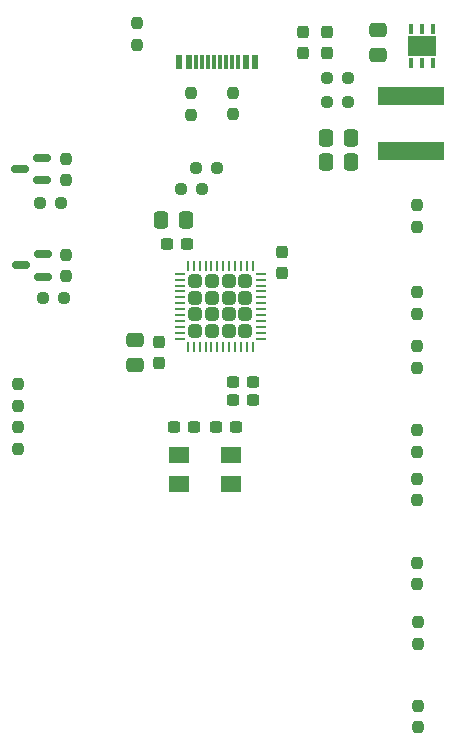
<source format=gtp>
G04 #@! TF.GenerationSoftware,KiCad,Pcbnew,7.0.11*
G04 #@! TF.CreationDate,2024-12-23T17:17:55+01:00*
G04 #@! TF.ProjectId,Aviator_Controller,41766961-746f-4725-9f43-6f6e74726f6c,rev?*
G04 #@! TF.SameCoordinates,Original*
G04 #@! TF.FileFunction,Paste,Top*
G04 #@! TF.FilePolarity,Positive*
%FSLAX46Y46*%
G04 Gerber Fmt 4.6, Leading zero omitted, Abs format (unit mm)*
G04 Created by KiCad (PCBNEW 7.0.11) date 2024-12-23 17:17:55*
%MOMM*%
%LPD*%
G01*
G04 APERTURE LIST*
G04 Aperture macros list*
%AMRoundRect*
0 Rectangle with rounded corners*
0 $1 Rounding radius*
0 $2 $3 $4 $5 $6 $7 $8 $9 X,Y pos of 4 corners*
0 Add a 4 corners polygon primitive as box body*
4,1,4,$2,$3,$4,$5,$6,$7,$8,$9,$2,$3,0*
0 Add four circle primitives for the rounded corners*
1,1,$1+$1,$2,$3*
1,1,$1+$1,$4,$5*
1,1,$1+$1,$6,$7*
1,1,$1+$1,$8,$9*
0 Add four rect primitives between the rounded corners*
20,1,$1+$1,$2,$3,$4,$5,0*
20,1,$1+$1,$4,$5,$6,$7,0*
20,1,$1+$1,$6,$7,$8,$9,0*
20,1,$1+$1,$8,$9,$2,$3,0*%
G04 Aperture macros list end*
%ADD10R,0.600000X1.150000*%
%ADD11R,0.300000X1.150000*%
%ADD12R,1.800000X1.400000*%
%ADD13R,0.406400X0.812800*%
%ADD14R,2.489200X1.752600*%
%ADD15RoundRect,0.237500X-0.237500X0.300000X-0.237500X-0.300000X0.237500X-0.300000X0.237500X0.300000X0*%
%ADD16RoundRect,0.237500X-0.237500X0.250000X-0.237500X-0.250000X0.237500X-0.250000X0.237500X0.250000X0*%
%ADD17RoundRect,0.062500X0.375000X-0.062500X0.375000X0.062500X-0.375000X0.062500X-0.375000X-0.062500X0*%
%ADD18RoundRect,0.062500X0.062500X-0.375000X0.062500X0.375000X-0.062500X0.375000X-0.062500X-0.375000X0*%
%ADD19RoundRect,0.250000X0.315000X-0.315000X0.315000X0.315000X-0.315000X0.315000X-0.315000X-0.315000X0*%
%ADD20R,5.700000X1.600000*%
%ADD21RoundRect,0.237500X0.237500X-0.250000X0.237500X0.250000X-0.237500X0.250000X-0.237500X-0.250000X0*%
%ADD22RoundRect,0.150000X0.587500X0.150000X-0.587500X0.150000X-0.587500X-0.150000X0.587500X-0.150000X0*%
%ADD23RoundRect,0.237500X-0.250000X-0.237500X0.250000X-0.237500X0.250000X0.237500X-0.250000X0.237500X0*%
%ADD24RoundRect,0.250000X-0.337500X-0.475000X0.337500X-0.475000X0.337500X0.475000X-0.337500X0.475000X0*%
%ADD25RoundRect,0.237500X0.300000X0.237500X-0.300000X0.237500X-0.300000X-0.237500X0.300000X-0.237500X0*%
%ADD26RoundRect,0.237500X0.237500X-0.300000X0.237500X0.300000X-0.237500X0.300000X-0.237500X-0.300000X0*%
%ADD27RoundRect,0.237500X0.250000X0.237500X-0.250000X0.237500X-0.250000X-0.237500X0.250000X-0.237500X0*%
%ADD28RoundRect,0.250000X0.337500X0.475000X-0.337500X0.475000X-0.337500X-0.475000X0.337500X-0.475000X0*%
%ADD29RoundRect,0.250000X-0.475000X0.337500X-0.475000X-0.337500X0.475000X-0.337500X0.475000X0.337500X0*%
%ADD30RoundRect,0.237500X-0.300000X-0.237500X0.300000X-0.237500X0.300000X0.237500X-0.300000X0.237500X0*%
%ADD31RoundRect,0.250000X0.475000X-0.337500X0.475000X0.337500X-0.475000X0.337500X-0.475000X-0.337500X0*%
G04 APERTURE END LIST*
D10*
X154200000Y-53755000D03*
X153400000Y-53755000D03*
D11*
X152250000Y-53755000D03*
X151250000Y-53755000D03*
X150750000Y-53755000D03*
X149750000Y-53755000D03*
D10*
X147800000Y-53755000D03*
X148600000Y-53755000D03*
D11*
X149250000Y-53755000D03*
X150250000Y-53755000D03*
X151750000Y-53755000D03*
X152750000Y-53755000D03*
D12*
X152168000Y-87034000D03*
X147768000Y-87034000D03*
X147768000Y-89434000D03*
X152168000Y-89434000D03*
D13*
X167386000Y-53848000D03*
X168336001Y-53848000D03*
X169286002Y-53848000D03*
X169286002Y-50952400D03*
X168336001Y-50952400D03*
X167386000Y-50952400D03*
D14*
X168336001Y-52400200D03*
D15*
X160274000Y-52932500D03*
X160274000Y-51207500D03*
D16*
X134112000Y-86459700D03*
X134112000Y-84634700D03*
X134112000Y-82852900D03*
X134112000Y-81027900D03*
D17*
X147828000Y-77160000D03*
X147828000Y-76660000D03*
X147828000Y-76160000D03*
X147828000Y-75660000D03*
X147828000Y-75160000D03*
X147828000Y-74660000D03*
X147828000Y-74160000D03*
X147828000Y-73660000D03*
X147828000Y-73160000D03*
X147828000Y-72660000D03*
X147828000Y-72160000D03*
X147828000Y-71660000D03*
D18*
X148515500Y-70972500D03*
X149015500Y-70972500D03*
X149515500Y-70972500D03*
X150015500Y-70972500D03*
X150515500Y-70972500D03*
X151015500Y-70972500D03*
X151515500Y-70972500D03*
X152015500Y-70972500D03*
X152515500Y-70972500D03*
X153015500Y-70972500D03*
X153515500Y-70972500D03*
X154015500Y-70972500D03*
D17*
X154703000Y-71660000D03*
X154703000Y-72160000D03*
X154703000Y-72660000D03*
X154703000Y-73160000D03*
X154703000Y-73660000D03*
X154703000Y-74160000D03*
X154703000Y-74660000D03*
X154703000Y-75160000D03*
X154703000Y-75660000D03*
X154703000Y-76160000D03*
X154703000Y-76660000D03*
X154703000Y-77160000D03*
D18*
X154015500Y-77847500D03*
X153515500Y-77847500D03*
X153015500Y-77847500D03*
X152515500Y-77847500D03*
X152015500Y-77847500D03*
X151515500Y-77847500D03*
X151015500Y-77847500D03*
X150515500Y-77847500D03*
X150015500Y-77847500D03*
X149515500Y-77847500D03*
X149015500Y-77847500D03*
X148515500Y-77847500D03*
D19*
X153365500Y-72310000D03*
X151965500Y-72310000D03*
X150565500Y-72310000D03*
X149165500Y-72310000D03*
X153365500Y-73710000D03*
X151965500Y-73710000D03*
X150565500Y-73710000D03*
X149165500Y-73710000D03*
X153365500Y-75110000D03*
X151965500Y-75110000D03*
X150565500Y-75110000D03*
X149165500Y-75110000D03*
X153365500Y-76510000D03*
X151965500Y-76510000D03*
X150565500Y-76510000D03*
X149165500Y-76510000D03*
D20*
X167386000Y-56578000D03*
X167386000Y-61278000D03*
D21*
X167944800Y-97940500D03*
X167944800Y-96115500D03*
D16*
X138176000Y-63752100D03*
X138176000Y-61927100D03*
D22*
X134269000Y-62773600D03*
X136144000Y-61823600D03*
X136144000Y-63723600D03*
D21*
X167944800Y-86713700D03*
X167944800Y-84888700D03*
D23*
X149201500Y-62738000D03*
X151026500Y-62738000D03*
D16*
X152349200Y-56339100D03*
X152349200Y-58164100D03*
D24*
X146268500Y-67152000D03*
X148343500Y-67152000D03*
D25*
X154032000Y-80868000D03*
X152307000Y-80868000D03*
D26*
X146057500Y-79190500D03*
X146057500Y-77465500D03*
D27*
X135993500Y-65633600D03*
X137818500Y-65633600D03*
X162099000Y-57150000D03*
X160274000Y-57150000D03*
D15*
X156471500Y-69845500D03*
X156471500Y-71570500D03*
D16*
X138176000Y-71875100D03*
X138176000Y-70050100D03*
D27*
X136247500Y-73756600D03*
X138072500Y-73756600D03*
D16*
X167995600Y-102969700D03*
X167995600Y-101144700D03*
D28*
X162327500Y-60198000D03*
X160252500Y-60198000D03*
X160252500Y-62230000D03*
X162327500Y-62230000D03*
D21*
X144221200Y-52271300D03*
X144221200Y-50446300D03*
D25*
X154032000Y-82392000D03*
X152307000Y-82392000D03*
D29*
X164592000Y-51032500D03*
X164592000Y-53107500D03*
D23*
X147931500Y-64516000D03*
X149756500Y-64516000D03*
D16*
X167944800Y-77776700D03*
X167944800Y-79601700D03*
X148742400Y-58214900D03*
X148742400Y-56389900D03*
D21*
X167995600Y-108241700D03*
X167995600Y-110066700D03*
D15*
X158242000Y-52932500D03*
X158242000Y-51207500D03*
D30*
X146719000Y-69184000D03*
X148444000Y-69184000D03*
D16*
X167944800Y-65853700D03*
X167944800Y-67678700D03*
X167944800Y-89003500D03*
X167944800Y-90828500D03*
D27*
X162099000Y-55118000D03*
X160274000Y-55118000D03*
D31*
X144025500Y-79365500D03*
X144025500Y-77290500D03*
D22*
X134366000Y-70962600D03*
X136241000Y-70012600D03*
X136241000Y-71912600D03*
D21*
X167944800Y-75044700D03*
X167944800Y-73219700D03*
D30*
X147327500Y-84678000D03*
X149052500Y-84678000D03*
X150883500Y-84678000D03*
X152608500Y-84678000D03*
M02*

</source>
